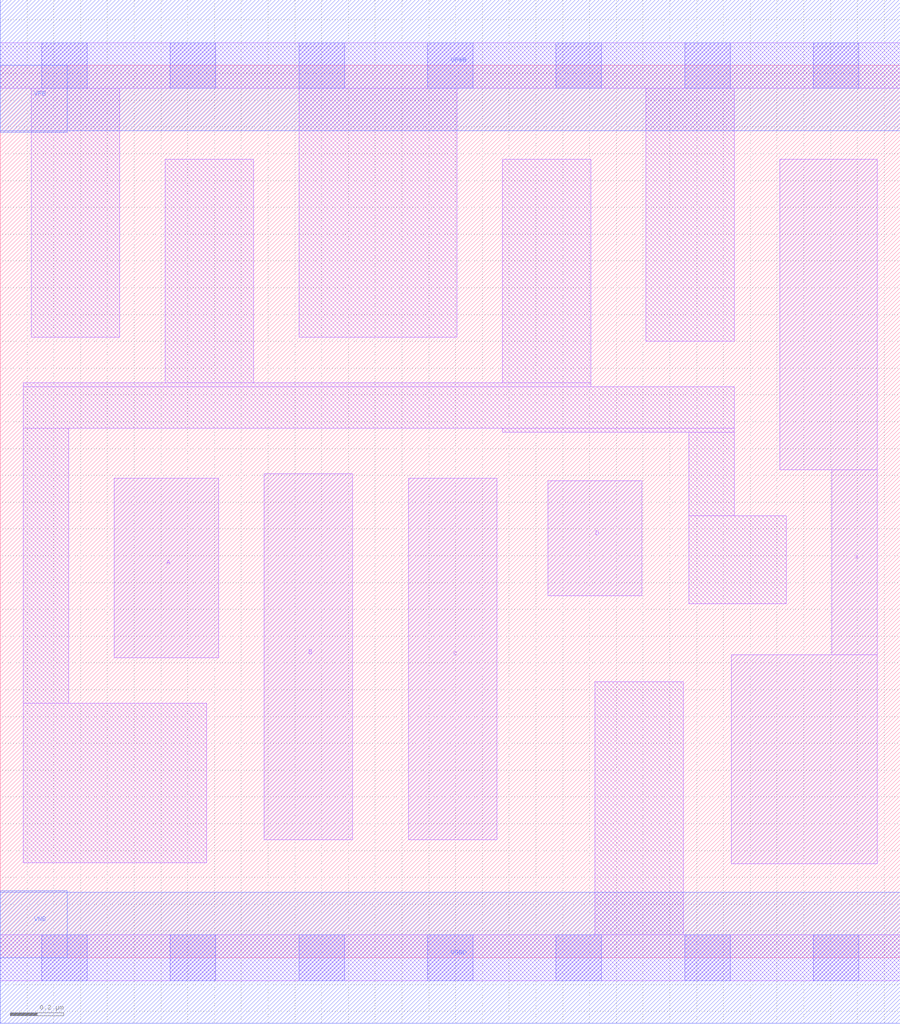
<source format=lef>
# Copyright 2020 The SkyWater PDK Authors
#
# Licensed under the Apache License, Version 2.0 (the "License");
# you may not use this file except in compliance with the License.
# You may obtain a copy of the License at
#
#     https://www.apache.org/licenses/LICENSE-2.0
#
# Unless required by applicable law or agreed to in writing, software
# distributed under the License is distributed on an "AS IS" BASIS,
# WITHOUT WARRANTIES OR CONDITIONS OF ANY KIND, either express or implied.
# See the License for the specific language governing permissions and
# limitations under the License.
#
# SPDX-License-Identifier: Apache-2.0

VERSION 5.5 ;
NAMESCASESENSITIVE ON ;
BUSBITCHARS "[]" ;
DIVIDERCHAR "/" ;
MACRO sky130_fd_sc_hs__and4_1
  CLASS CORE ;
  SOURCE USER ;
  ORIGIN  0.000000  0.000000 ;
  SIZE  3.360000 BY  3.330000 ;
  SYMMETRY X Y ;
  SITE unit ;
  PIN A
    ANTENNAGATEAREA  0.222000 ;
    DIRECTION INPUT ;
    USE SIGNAL ;
    PORT
      LAYER li1 ;
        RECT 0.425000 1.120000 0.815000 1.790000 ;
    END
  END A
  PIN B
    ANTENNAGATEAREA  0.222000 ;
    DIRECTION INPUT ;
    USE SIGNAL ;
    PORT
      LAYER li1 ;
        RECT 0.985000 0.440000 1.315000 1.805000 ;
    END
  END B
  PIN C
    ANTENNAGATEAREA  0.222000 ;
    DIRECTION INPUT ;
    USE SIGNAL ;
    PORT
      LAYER li1 ;
        RECT 1.525000 0.440000 1.855000 1.790000 ;
    END
  END C
  PIN D
    ANTENNAGATEAREA  0.222000 ;
    DIRECTION INPUT ;
    USE SIGNAL ;
    PORT
      LAYER li1 ;
        RECT 2.045000 1.350000 2.395000 1.780000 ;
    END
  END D
  PIN X
    ANTENNADIFFAREA  0.541300 ;
    DIRECTION OUTPUT ;
    USE SIGNAL ;
    PORT
      LAYER li1 ;
        RECT 2.730000 0.350000 3.275000 1.130000 ;
        RECT 2.910000 1.820000 3.275000 2.980000 ;
        RECT 3.105000 1.130000 3.275000 1.820000 ;
    END
  END X
  PIN VGND
    DIRECTION INOUT ;
    USE GROUND ;
    PORT
      LAYER met1 ;
        RECT 0.000000 -0.245000 3.360000 0.245000 ;
    END
  END VGND
  PIN VNB
    DIRECTION INOUT ;
    USE GROUND ;
    PORT
      LAYER met1 ;
        RECT 0.000000 0.000000 0.250000 0.250000 ;
    END
  END VNB
  PIN VPB
    DIRECTION INOUT ;
    USE POWER ;
    PORT
      LAYER met1 ;
        RECT 0.000000 3.080000 0.250000 3.330000 ;
    END
  END VPB
  PIN VPWR
    DIRECTION INOUT ;
    USE POWER ;
    PORT
      LAYER met1 ;
        RECT 0.000000 3.085000 3.360000 3.575000 ;
    END
  END VPWR
  OBS
    LAYER li1 ;
      RECT 0.000000 -0.085000 3.360000 0.085000 ;
      RECT 0.000000  3.245000 3.360000 3.415000 ;
      RECT 0.085000  0.355000 0.770000 0.950000 ;
      RECT 0.085000  0.950000 0.255000 1.975000 ;
      RECT 0.085000  1.975000 2.740000 2.130000 ;
      RECT 0.085000  2.130000 2.205000 2.145000 ;
      RECT 0.115000  2.315000 0.445000 3.245000 ;
      RECT 0.615000  2.145000 0.945000 2.980000 ;
      RECT 1.115000  2.315000 1.705000 3.245000 ;
      RECT 1.875000  1.960000 2.740000 1.975000 ;
      RECT 1.875000  2.145000 2.205000 2.980000 ;
      RECT 2.220000  0.085000 2.550000 1.030000 ;
      RECT 2.410000  2.300000 2.740000 3.245000 ;
      RECT 2.570000  1.320000 2.935000 1.650000 ;
      RECT 2.570000  1.650000 2.740000 1.960000 ;
    LAYER mcon ;
      RECT 0.155000 -0.085000 0.325000 0.085000 ;
      RECT 0.155000  3.245000 0.325000 3.415000 ;
      RECT 0.635000 -0.085000 0.805000 0.085000 ;
      RECT 0.635000  3.245000 0.805000 3.415000 ;
      RECT 1.115000 -0.085000 1.285000 0.085000 ;
      RECT 1.115000  3.245000 1.285000 3.415000 ;
      RECT 1.595000 -0.085000 1.765000 0.085000 ;
      RECT 1.595000  3.245000 1.765000 3.415000 ;
      RECT 2.075000 -0.085000 2.245000 0.085000 ;
      RECT 2.075000  3.245000 2.245000 3.415000 ;
      RECT 2.555000 -0.085000 2.725000 0.085000 ;
      RECT 2.555000  3.245000 2.725000 3.415000 ;
      RECT 3.035000 -0.085000 3.205000 0.085000 ;
      RECT 3.035000  3.245000 3.205000 3.415000 ;
  END
END sky130_fd_sc_hs__and4_1
END LIBRARY

</source>
